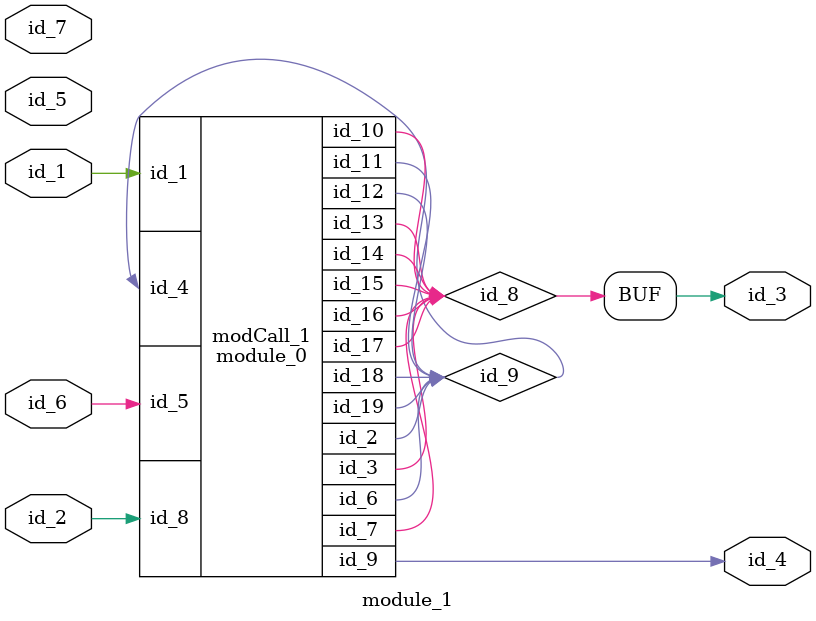
<source format=v>
module module_0 (
    id_1,
    id_2,
    id_3,
    id_4,
    id_5,
    id_6,
    id_7,
    id_8,
    id_9,
    id_10,
    id_11,
    id_12,
    id_13,
    id_14,
    id_15,
    id_16,
    id_17,
    id_18,
    id_19
);
  output wire id_19;
  inout wire id_18;
  inout wire id_17;
  inout wire id_16;
  inout wire id_15;
  output wire id_14;
  output wire id_13;
  inout wire id_12;
  output wire id_11;
  inout wire id_10;
  output wire id_9;
  input wire id_8;
  output wire id_7;
  inout wire id_6;
  input wire id_5;
  input wire id_4;
  output wire id_3;
  inout wire id_2;
  input wire id_1;
  assign id_10 = (1);
endmodule
module module_1 (
    id_1,
    id_2,
    id_3,
    id_4,
    id_5,
    id_6,
    id_7
);
  input wire id_7;
  input wire id_6;
  input wire id_5;
  output wire id_4;
  output wire id_3;
  input wire id_2;
  input wire id_1;
  wire id_8;
  wire id_9;
  assign id_3 = id_8;
  module_0 modCall_1 (
      id_1,
      id_9,
      id_8,
      id_9,
      id_6,
      id_9,
      id_8,
      id_2,
      id_4,
      id_8,
      id_9,
      id_9,
      id_8,
      id_8,
      id_8,
      id_8,
      id_8,
      id_9,
      id_9
  );
endmodule

</source>
